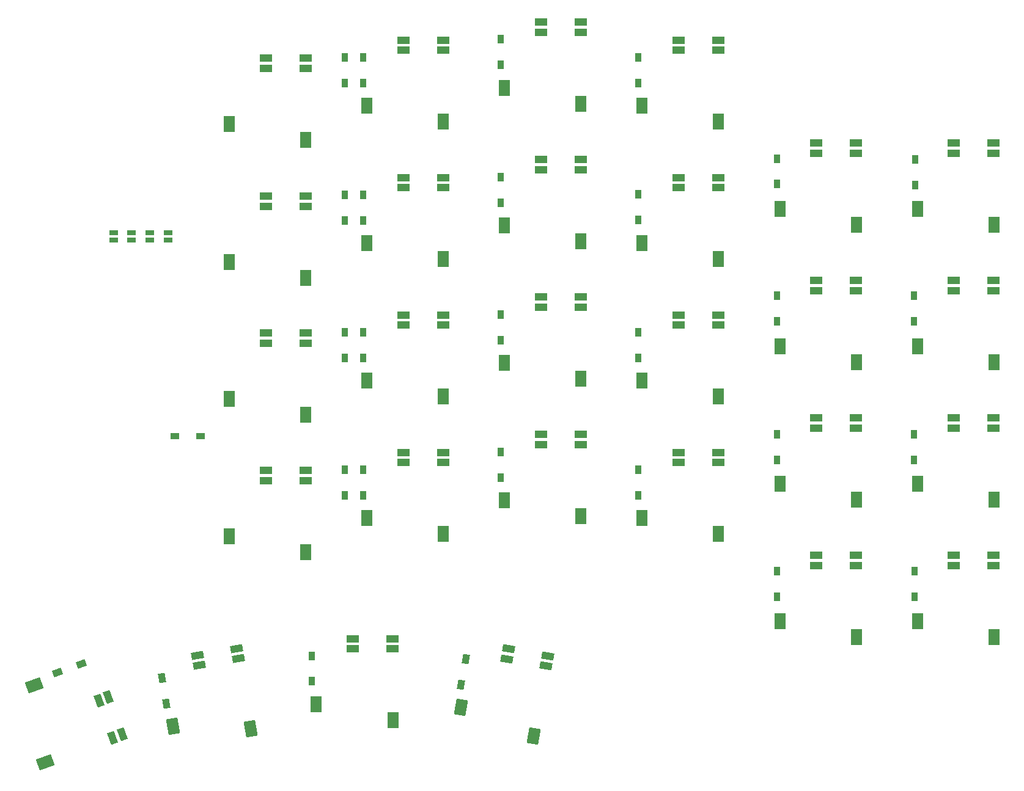
<source format=gbp>
%TF.GenerationSoftware,KiCad,Pcbnew,(6.0.0)*%
%TF.CreationDate,2022-08-16T23:40:52+02:00*%
%TF.ProjectId,SofleKeyboard,536f666c-654b-4657-9962-6f6172642e6b,rev?*%
%TF.SameCoordinates,Original*%
%TF.FileFunction,Paste,Bot*%
%TF.FilePolarity,Positive*%
%FSLAX46Y46*%
G04 Gerber Fmt 4.6, Leading zero omitted, Abs format (unit mm)*
G04 Created by KiCad (PCBNEW (6.0.0)) date 2022-08-16 23:40:52*
%MOMM*%
%LPD*%
G01*
G04 APERTURE LIST*
G04 Aperture macros list*
%AMRotRect*
0 Rectangle, with rotation*
0 The origin of the aperture is its center*
0 $1 length*
0 $2 width*
0 $3 Rotation angle, in degrees counterclockwise*
0 Add horizontal line*
21,1,$1,$2,0,0,$3*%
G04 Aperture macros list end*
%ADD10R,0.950000X1.300000*%
%ADD11R,1.300000X0.950000*%
%ADD12RotRect,1.300000X0.950000X200.000000*%
%ADD13R,1.700000X1.000000*%
%ADD14R,1.600000X2.200000*%
%ADD15RotRect,1.700000X1.000000X110.000000*%
%ADD16RotRect,1.600000X2.200000X110.000000*%
%ADD17RotRect,1.700000X1.000000X190.000000*%
%ADD18RotRect,1.600000X2.200000X190.000000*%
%ADD19RotRect,1.700000X1.000000X170.000000*%
%ADD20RotRect,1.600000X2.200000X170.000000*%
%ADD21RotRect,1.300000X0.950000X280.000000*%
%ADD22RotRect,1.300000X0.950000X260.000000*%
%ADD23R,1.143000X0.635000*%
G04 APERTURE END LIST*
D10*
X128705000Y-44452000D03*
X128705000Y-48002000D03*
X131245000Y-44455000D03*
X131245000Y-48005000D03*
X150345000Y-41955000D03*
X150345000Y-45505000D03*
X169345000Y-44455000D03*
X169345000Y-48005000D03*
X188590120Y-58490640D03*
X188590120Y-62040640D03*
X207690120Y-58620640D03*
X207690120Y-62170640D03*
X128705000Y-82555000D03*
X128705000Y-86105000D03*
X128705000Y-101655000D03*
X128705000Y-105205000D03*
D11*
X105225000Y-97000000D03*
X108775000Y-97000000D03*
D12*
X92271132Y-128537505D03*
X88935224Y-129751677D03*
D13*
X117800000Y-44601000D03*
X117800000Y-46001000D03*
X123300000Y-46001000D03*
X123300000Y-44601000D03*
D14*
X123350000Y-55900000D03*
X112750000Y-53700000D03*
D13*
X155900000Y-39601000D03*
X155900000Y-41001000D03*
X161400000Y-41001000D03*
X161400000Y-39601000D03*
D14*
X161450000Y-50900000D03*
X150850000Y-48700000D03*
D13*
X117800000Y-82701000D03*
X117800000Y-84101000D03*
X123300000Y-84101000D03*
X123300000Y-82701000D03*
D14*
X123350000Y-94000000D03*
X112750000Y-91800000D03*
D13*
X136850000Y-80201000D03*
X136850000Y-81601000D03*
X142350000Y-81601000D03*
X142350000Y-80201000D03*
D14*
X142400000Y-91500000D03*
X131800000Y-89300000D03*
D13*
X117800000Y-101751000D03*
X117800000Y-103151000D03*
X123300000Y-103151000D03*
X123300000Y-101751000D03*
D14*
X123350000Y-113050000D03*
X112750000Y-110850000D03*
D13*
X155900000Y-96751000D03*
X155900000Y-98151000D03*
X161400000Y-98151000D03*
X161400000Y-96751000D03*
D14*
X161450000Y-108050000D03*
X150850000Y-105850000D03*
D13*
X194039120Y-113493640D03*
X194039120Y-114893640D03*
X199539120Y-114893640D03*
X199539120Y-113493640D03*
D14*
X199589120Y-124792640D03*
X188989120Y-122592640D03*
D15*
X96000264Y-133109958D03*
X94684694Y-133588786D03*
X96565805Y-138757095D03*
X97881375Y-138278267D03*
D16*
X87280889Y-142189737D03*
X85722799Y-131476551D03*
D17*
X108303372Y-127353195D03*
X108546480Y-128731926D03*
X113962922Y-127776861D03*
X113719815Y-126398130D03*
D18*
X115731106Y-137516791D03*
X104910118Y-137190884D03*
D13*
X213089120Y-75393640D03*
X213089120Y-76793640D03*
X218589120Y-76793640D03*
X218589120Y-75393640D03*
D14*
X218639120Y-86692640D03*
X208039120Y-84492640D03*
D13*
X213089120Y-94443640D03*
X213089120Y-95843640D03*
X218589120Y-95843640D03*
X218589120Y-94443640D03*
D14*
X218639120Y-105742640D03*
X208039120Y-103542640D03*
D13*
X213089120Y-113493640D03*
X213089120Y-114893640D03*
X218589120Y-114893640D03*
X218589120Y-113493640D03*
D14*
X218639120Y-124792640D03*
X208039120Y-122592640D03*
D13*
X174950000Y-42101000D03*
X174950000Y-43501000D03*
X180450000Y-43501000D03*
X180450000Y-42101000D03*
D14*
X180500000Y-53400000D03*
X169900000Y-51200000D03*
D10*
X128705000Y-63555000D03*
X128705000Y-67105000D03*
X131245000Y-63555000D03*
X131245000Y-67105000D03*
X150345000Y-61045000D03*
X150345000Y-64595000D03*
X169345000Y-63455000D03*
X169345000Y-67005000D03*
X188590120Y-77520640D03*
X188590120Y-81070640D03*
X207590120Y-77520640D03*
X207590120Y-81070640D03*
D13*
X194039120Y-56343640D03*
X194039120Y-57743640D03*
X199539120Y-57743640D03*
X199539120Y-56343640D03*
D14*
X199589120Y-67642640D03*
X188989120Y-65442640D03*
D13*
X136850000Y-61151000D03*
X136850000Y-62551000D03*
X142350000Y-62551000D03*
X142350000Y-61151000D03*
D14*
X142400000Y-72450000D03*
X131800000Y-70250000D03*
D13*
X174950000Y-61151000D03*
X174950000Y-62551000D03*
X180450000Y-62551000D03*
X180450000Y-61151000D03*
D14*
X180500000Y-72450000D03*
X169900000Y-70250000D03*
D13*
X155900000Y-58651000D03*
X155900000Y-60051000D03*
X161400000Y-60051000D03*
X161400000Y-58651000D03*
D14*
X161450000Y-69950000D03*
X150850000Y-67750000D03*
D13*
X174950000Y-80201000D03*
X174950000Y-81601000D03*
X180450000Y-81601000D03*
X180450000Y-80201000D03*
D14*
X180500000Y-91500000D03*
X169900000Y-89300000D03*
D13*
X213089120Y-56343640D03*
X213089120Y-57743640D03*
X218589120Y-57743640D03*
X218589120Y-56343640D03*
D14*
X218639120Y-67642640D03*
X208039120Y-65442640D03*
D13*
X117800000Y-63701000D03*
X117800000Y-65101000D03*
X123300000Y-65101000D03*
X123300000Y-63701000D03*
D14*
X123350000Y-75000000D03*
X112750000Y-72800000D03*
D13*
X194039120Y-75393640D03*
X194039120Y-76793640D03*
X199539120Y-76793640D03*
X199539120Y-75393640D03*
D14*
X199589120Y-86692640D03*
X188989120Y-84492640D03*
D13*
X174950000Y-99251000D03*
X174950000Y-100651000D03*
X180450000Y-100651000D03*
X180450000Y-99251000D03*
D14*
X180500000Y-110550000D03*
X169900000Y-108350000D03*
D13*
X194039120Y-94443640D03*
X194039120Y-95843640D03*
X199539120Y-95843640D03*
X199539120Y-94443640D03*
D14*
X199589120Y-105742640D03*
X188989120Y-103542640D03*
D19*
X151408425Y-126468130D03*
X151165318Y-127846861D03*
X156581760Y-128801926D03*
X156824868Y-127423195D03*
D20*
X154912057Y-138559221D03*
X144855121Y-134551973D03*
D13*
X155900000Y-77701000D03*
X155900000Y-79101000D03*
X161400000Y-79101000D03*
X161400000Y-77701000D03*
D14*
X161450000Y-89000000D03*
X150850000Y-86800000D03*
D13*
X136850000Y-42101000D03*
X136850000Y-43501000D03*
X142350000Y-43501000D03*
X142350000Y-42101000D03*
D14*
X142400000Y-53400000D03*
X131800000Y-51200000D03*
D21*
X103399710Y-130525648D03*
X104016162Y-134021716D03*
D13*
X136850000Y-99251000D03*
X136850000Y-100651000D03*
X142350000Y-100651000D03*
X142350000Y-99251000D03*
D14*
X142400000Y-110550000D03*
X131800000Y-108350000D03*
D10*
X150345000Y-80145000D03*
X150345000Y-83695000D03*
X169345000Y-82555000D03*
X169345000Y-86105000D03*
X188590120Y-96720640D03*
X188590120Y-100270640D03*
X207590120Y-96720640D03*
X207590120Y-100270640D03*
X124190120Y-127410640D03*
X124190120Y-130960640D03*
D22*
X145470743Y-127906844D03*
X144854291Y-131402912D03*
D10*
X207640120Y-115720640D03*
X207640120Y-119270640D03*
X131245000Y-101655000D03*
X131245000Y-105205000D03*
X150345000Y-99145000D03*
X150345000Y-102695000D03*
X169345000Y-101655000D03*
X169345000Y-105205000D03*
X188590120Y-115720640D03*
X188590120Y-119270640D03*
X131245000Y-82555000D03*
X131245000Y-86105000D03*
D13*
X129849120Y-125053640D03*
X129849120Y-126453640D03*
X135349120Y-126453640D03*
X135349120Y-125053640D03*
D14*
X135399120Y-136352640D03*
X124799120Y-134152640D03*
D23*
X101700000Y-69800380D03*
X101700000Y-68799620D03*
X99200000Y-69800380D03*
X99200000Y-68799620D03*
X96700000Y-69800380D03*
X96700000Y-68799620D03*
X104300000Y-69800380D03*
X104300000Y-68799620D03*
M02*

</source>
